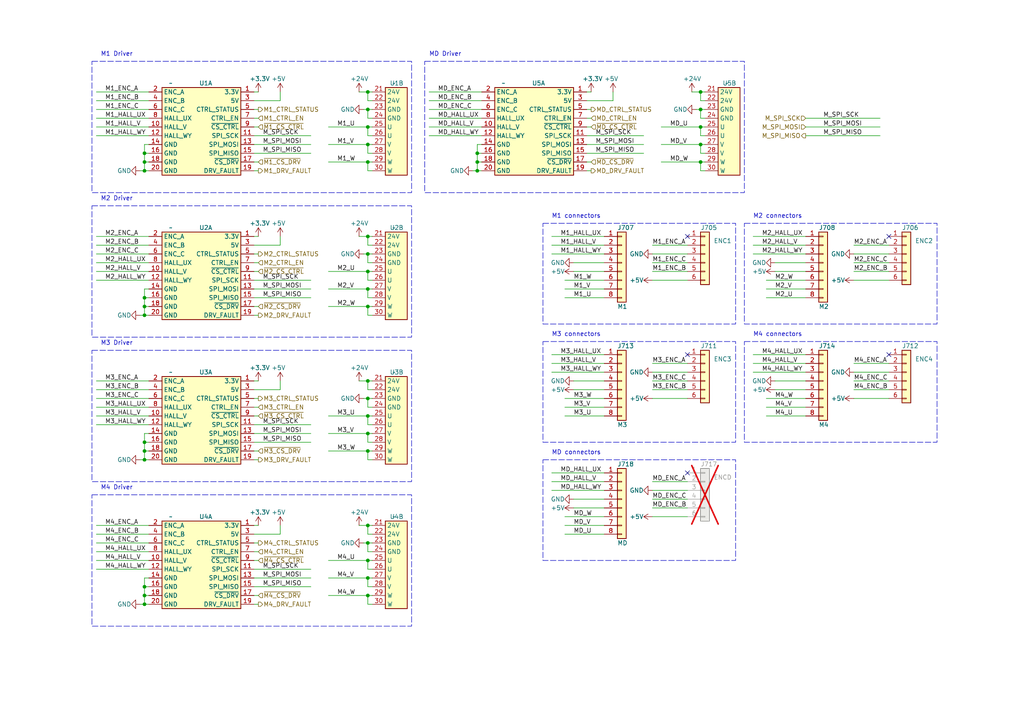
<source format=kicad_sch>
(kicad_sch (version 20230121) (generator eeschema)
  (paper "A4")
  (lib_symbols
    (symbol "Connector_Generic:Conn_01x06" (pin_names (offset 1.016) hide)
      (property "Reference" "J" (at 0 7.62 0))
      (property "Value" "Conn_01x06" (at 0 -10.16 0))
      (symbol "Conn_01x06_1_1"
        (rectangle (start -1.27 -7.493) (end 0 -7.747) (stroke (width 0.1524)))
        (rectangle (start -1.27 -4.953) (end 0 -5.207) (stroke (width 0.1524)))
        (rectangle (start -1.27 -2.413) (end 0 -2.667) (stroke (width 0.1524)))
        (rectangle (start -1.27 0.127) (end 0 -0.127) (stroke (width 0.1524)))
        (rectangle (start -1.27 2.667) (end 0 2.413) (stroke (width 0.1524)))
        (rectangle (start -1.27 5.207) (end 0 4.953) (stroke (width 0.1524)))
        (rectangle (start -1.27 6.35) (end 1.27 -8.89) (stroke (width 0.254)) (fill (type background)))
        (pin passive line (at -5.08 5.08 0) (length 3.81) (name "Pin_1") (number "1"))
        (pin passive line (at -5.08 2.54 0) (length 3.81) (name "Pin_2") (number "2"))
        (pin passive line (at -5.08 0 0) (length 3.81) (name "Pin_3") (number "3"))
        (pin passive line (at -5.08 -2.54 0) (length 3.81) (name "Pin_4") (number "4"))
        (pin passive line (at -5.08 -5.08 0) (length 3.81) (name "Pin_5") (number "5"))
        (pin passive line (at -5.08 -7.62 0) (length 3.81) (name "Pin_6") (number "6"))
      )
    )
    (symbol "Connector_Generic:Conn_01x08" (pin_names (offset 1.016) hide)
      (property "Reference" "J" (at 0 10.16 0))
      (property "Value" "Conn_01x08" (at 0 -12.7 0))
      (symbol "Conn_01x08_1_1"
        (rectangle (start -1.27 -10.033) (end 0 -10.287) (stroke (width 0.1524)))
        (rectangle (start -1.27 -7.493) (end 0 -7.747) (stroke (width 0.1524)))
        (rectangle (start -1.27 -4.953) (end 0 -5.207) (stroke (width 0.1524)))
        (rectangle (start -1.27 -2.413) (end 0 -2.667) (stroke (width 0.1524)))
        (rectangle (start -1.27 0.127) (end 0 -0.127) (stroke (width 0.1524)))
        (rectangle (start -1.27 2.667) (end 0 2.413) (stroke (width 0.1524)))
        (rectangle (start -1.27 5.207) (end 0 4.953) (stroke (width 0.1524)))
        (rectangle (start -1.27 7.747) (end 0 7.493) (stroke (width 0.1524)))
        (rectangle (start -1.27 8.89) (end 1.27 -11.43) (stroke (width 0.254)) (fill (type background)))
        (pin passive line (at -5.08 7.62 0) (length 3.81) (name "Pin_1") (number "1"))
        (pin passive line (at -5.08 5.08 0) (length 3.81) (name "Pin_2") (number "2"))
        (pin passive line (at -5.08 2.54 0) (length 3.81) (name "Pin_3") (number "3"))
        (pin passive line (at -5.08 0 0) (length 3.81) (name "Pin_4") (number "4"))
        (pin passive line (at -5.08 -2.54 0) (length 3.81) (name "Pin_5") (number "5"))
        (pin passive line (at -5.08 -5.08 0) (length 3.81) (name "Pin_6") (number "6"))
        (pin passive line (at -5.08 -7.62 0) (length 3.81) (name "Pin_7") (number "7"))
        (pin passive line (at -5.08 -10.16 0) (length 3.81) (name "Pin_8") (number "8"))
      )
    )
    (symbol "Immortals:MotorDriver"
      (property "Reference" "U" (at 0 12.7 0))
      (symbol "MotorDriver_1_1"
        (rectangle (start -2.54 11.43) (end 20.32 -13.97) (stroke (width 0.254)) (fill (type background)))
        (pin power_in line (at 24.13 10.16 180) (length 3.81) (name "3.3V") (number "1"))
        (pin input line (at -6.35 0 0) (length 3.81) (name "HALL_V") (number "10"))
        (pin input line (at 24.13 -2.54 180) (length 3.81) (name "SPI_SCK") (number "11"))
        (pin input line (at -6.35 -2.54 0) (length 3.81) (name "HALL_WY") (number "12"))
        (pin input line (at 24.13 -5.08 180) (length 3.81) (name "SPI_MOSI") (number "13"))
        (pin power_in line (at -6.35 -5.08 0) (length 3.81) (name "GND") (number "14"))
        (pin output line (at 24.13 -7.62 180) (length 3.81) (name "SPI_MISO") (number "15"))
        (pin power_in line (at -6.35 -7.62 0) (length 3.81) (name "GND") (number "16"))
        (pin input line (at 24.13 -10.16 180) (length 3.81) (name "~{CS_DRV}") (number "17"))
        (pin power_in line (at -6.35 -10.16 0) (length 3.81) (name "GND") (number "18"))
        (pin output line (at 24.13 -12.7 180) (length 3.81) (name "DRV_FAULT") (number "19"))
        (pin input line (at -6.35 10.16 0) (length 3.81) (name "ENC_A") (number "2"))
        (pin power_in line (at -6.35 -12.7 0) (length 3.81) (name "GND") (number "20"))
        (pin power_in line (at 24.13 7.62 180) (length 3.81) (name "5V") (number "3"))
        (pin input line (at -6.35 7.62 0) (length 3.81) (name "ENC_B") (number "4"))
        (pin output line (at 24.13 5.08 180) (length 3.81) (name "CTRL_STATUS") (number "5"))
        (pin input line (at -6.35 5.08 0) (length 3.81) (name "ENC_C") (number "6"))
        (pin input line (at 24.13 2.54 180) (length 3.81) (name "CTRL_EN") (number "7"))
        (pin input line (at -6.35 2.54 0) (length 3.81) (name "HALL_UX") (number "8"))
        (pin input line (at 24.13 0 180) (length 3.81) (name "~{CS_CTRL}") (number "9"))
      )
      (symbol "MotorDriver_2_1"
        (rectangle (start -2.54 11.43) (end 3.81 -13.97) (stroke (width 0.254)) (fill (type background)))
        (pin power_in line (at -6.35 10.16 0) (length 3.81) (name "24V") (number "21"))
        (pin power_in line (at -6.35 7.62 0) (length 3.81) (name "24V") (number "22"))
        (pin power_in line (at -6.35 5.08 0) (length 3.81) (name "GND") (number "23"))
        (pin power_in line (at -6.35 2.54 0) (length 3.81) (name "GND") (number "24"))
        (pin output line (at -6.35 0 0) (length 3.81) (name "U") (number "25"))
        (pin output line (at -6.35 -2.54 0) (length 3.81) (name "U") (number "26"))
        (pin output line (at -6.35 -5.08 0) (length 3.81) (name "V") (number "27"))
        (pin output line (at -6.35 -7.62 0) (length 3.81) (name "V") (number "28"))
        (pin output line (at -6.35 -10.16 0) (length 3.81) (name "W") (number "29"))
        (pin output line (at -6.35 -12.7 0) (length 3.81) (name "W") (number "30"))
      )
    )
    (symbol "power:+24V" (power) (pin_names (offset 0))
      (property "Value" "+24V" (at 0 3.556 0))
      (symbol "+24V_0_1"
        (polyline (pts (xy -0.762 1.27) (xy 0 2.54)))
        (polyline (pts (xy 0 0) (xy 0 2.54)))
        (polyline (pts (xy 0 2.54) (xy 0.762 1.27)))
      )
      (symbol "+24V_1_1"
        (pin power_in line (at 0 0 90) (length 0) hide (name "+24V") (number "1"))
      )
    )
    (symbol "power:+3.3V" (power) (pin_names (offset 0))
      (property "Value" "+3.3V" (at 0 3.556 0))
      (symbol "+3.3V_0_1"
        (polyline (pts (xy -0.762 1.27) (xy 0 2.54)))
        (polyline (pts (xy 0 0) (xy 0 2.54)))
        (polyline (pts (xy 0 2.54) (xy 0.762 1.27)))
      )
      (symbol "+3.3V_1_1"
        (pin power_in line (at 0 0 90) (length 0) hide (name "+3.3V") (number "1"))
      )
    )
    (symbol "power:+5V" (power) (pin_names (offset 0))
      (property "Value" "+5V" (at 0 3.556 0))
      (symbol "+5V_0_1"
        (polyline (pts (xy -0.762 1.27) (xy 0 2.54)))
        (polyline (pts (xy 0 0) (xy 0 2.54)))
        (polyline (pts (xy 0 2.54) (xy 0.762 1.27)))
      )
      (symbol "+5V_1_1"
        (pin power_in line (at 0 0 90) (length 0) hide (name "+5V") (number "1"))
      )
    )
    (symbol "power:GND" (power) (pin_names (offset 0))
      (property "Value" "GND" (at 0 -3.81 0))
      (symbol "GND_0_1"
        (polyline (pts (xy 0 0) (xy 0 -1.27) (xy 1.27 -1.27) (xy 0 -2.54) (xy -1.27 -1.27) (xy 0 -1.27)))
      )
      (symbol "GND_1_1"
        (pin power_in line (at 0 0 270) (length 0) hide (name "GND") (number "1"))
      )
    )
  )
  (junction (at 41.91 170.18))
  (junction (at 41.91 44.45))
  (junction (at 41.91 130.81))
  (junction (at 41.91 49.53))
  (junction (at 203.2 31.75))
  (junction (at 41.91 133.35))
  (junction (at 138.43 44.45))
  (junction (at 41.91 86.36))
  (junction (at 106.68 68.58))
  (junction (at 106.68 26.67))
  (junction (at 106.68 41.91))
  (junction (at 41.91 91.44))
  (junction (at 203.2 46.99))
  (junction (at 106.68 125.73))
  (junction (at 106.68 130.81))
  (junction (at 106.68 172.72))
  (junction (at 106.68 78.74))
  (junction (at 41.91 175.26))
  (junction (at 203.2 41.91))
  (junction (at 138.43 49.53))
  (junction (at 138.43 46.99))
  (junction (at 41.91 46.99))
  (junction (at 106.68 31.75))
  (junction (at 106.68 83.82))
  (junction (at 41.91 88.9))
  (junction (at 106.68 120.65))
  (junction (at 106.68 46.99))
  (junction (at 203.2 36.83))
  (junction (at 41.91 172.72))
  (junction (at 41.91 128.27))
  (junction (at 106.68 36.83))
  (junction (at 106.68 88.9))
  (junction (at 106.68 110.49))
  (junction (at 106.68 73.66))
  (junction (at 203.2 26.67))
  (junction (at 106.68 157.48))
  (junction (at 106.68 152.4))
  (junction (at 106.68 167.64))
  (junction (at 106.68 162.56))
  (junction (at 106.68 115.57))
  (no_connect (at 199.39 137.16))
  (no_connect (at 199.39 68.58))
  (no_connect (at 257.81 68.58))
  (no_connect (at 199.39 102.87))
  (no_connect (at 257.81 102.87))
  (wire (pts (xy 124.46 39.37) (xy 139.7 39.37)))
  (wire (pts (xy 137.16 49.53) (xy 138.43 49.53)))
  (wire (pts (xy 41.91 88.9) (xy 41.91 91.44)))
  (wire (pts (xy 139.7 41.91) (xy 138.43 41.91)))
  (wire (pts (xy 222.25 115.57) (xy 233.68 115.57)))
  (wire (pts (xy 189.23 71.12) (xy 199.39 71.12)))
  (wire (pts (xy 41.91 172.72) (xy 41.91 175.26)))
  (wire (pts (xy 27.94 76.2) (xy 43.18 76.2)))
  (wire (pts (xy 189.23 110.49) (xy 199.39 110.49)))
  (wire (pts (xy 160.02 102.87) (xy 175.26 102.87)))
  (wire (pts (xy 106.68 88.9) (xy 107.95 88.9)))
  (wire (pts (xy 106.68 29.21) (xy 106.68 26.67)))
  (wire (pts (xy 203.2 49.53) (xy 203.2 46.99)))
  (wire (pts (xy 107.95 86.36) (xy 106.68 86.36)))
  (wire (pts (xy 41.91 83.82) (xy 41.91 86.36)))
  (wire (pts (xy 106.68 125.73) (xy 107.95 125.73)))
  (wire (pts (xy 41.91 46.99) (xy 43.18 46.99)))
  (wire (pts (xy 107.95 49.53) (xy 106.68 49.53)))
  (wire (pts (xy 95.25 83.82) (xy 106.68 83.82)))
  (wire (pts (xy 41.91 128.27) (xy 41.91 130.81)))
  (wire (pts (xy 106.68 68.58) (xy 107.95 68.58)))
  (wire (pts (xy 222.25 86.36) (xy 233.68 86.36)))
  (wire (pts (xy 106.68 162.56) (xy 107.95 162.56)))
  (wire (pts (xy 189.23 113.03) (xy 199.39 113.03)))
  (wire (pts (xy 107.95 175.26) (xy 106.68 175.26)))
  (wire (pts (xy 170.18 46.99) (xy 171.45 46.99)))
  (wire (pts (xy 73.66 172.72) (xy 74.93 172.72)))
  (wire (pts (xy 73.66 73.66) (xy 74.93 73.66)))
  (wire (pts (xy 106.68 128.27) (xy 106.68 125.73)))
  (wire (pts (xy 163.83 86.36) (xy 175.26 86.36)))
  (wire (pts (xy 95.25 88.9) (xy 106.68 88.9)))
  (wire (pts (xy 40.64 133.35) (xy 41.91 133.35)))
  (wire (pts (xy 107.95 81.28) (xy 106.68 81.28)))
  (wire (pts (xy 27.94 29.21) (xy 43.18 29.21)))
  (wire (pts (xy 27.94 36.83) (xy 43.18 36.83)))
  (wire (pts (xy 247.65 78.74) (xy 257.81 78.74)))
  (wire (pts (xy 27.94 34.29) (xy 43.18 34.29)))
  (wire (pts (xy 189.23 105.41) (xy 199.39 105.41)))
  (wire (pts (xy 107.95 160.02) (xy 106.68 160.02)))
  (wire (pts (xy 224.79 76.2) (xy 233.68 76.2)))
  (wire (pts (xy 191.77 41.91) (xy 203.2 41.91)))
  (wire (pts (xy 41.91 46.99) (xy 41.91 49.53)))
  (wire (pts (xy 107.95 118.11) (xy 106.68 118.11)))
  (wire (pts (xy 247.65 71.12) (xy 257.81 71.12)))
  (wire (pts (xy 106.68 36.83) (xy 107.95 36.83)))
  (wire (pts (xy 43.18 86.36) (xy 41.91 86.36)))
  (wire (pts (xy 218.44 73.66) (xy 233.68 73.66)))
  (wire (pts (xy 27.94 152.4) (xy 43.18 152.4)))
  (wire (pts (xy 106.68 83.82) (xy 107.95 83.82)))
  (wire (pts (xy 247.65 110.49) (xy 257.81 110.49)))
  (wire (pts (xy 203.2 34.29) (xy 203.2 31.75)))
  (wire (pts (xy 41.91 44.45) (xy 41.91 46.99)))
  (wire (pts (xy 160.02 68.58) (xy 175.26 68.58)))
  (wire (pts (xy 73.66 170.18) (xy 90.17 170.18)))
  (wire (pts (xy 105.41 31.75) (xy 106.68 31.75)))
  (wire (pts (xy 107.95 123.19) (xy 106.68 123.19)))
  (wire (pts (xy 106.68 49.53) (xy 106.68 46.99)))
  (wire (pts (xy 106.68 41.91) (xy 107.95 41.91)))
  (wire (pts (xy 73.66 91.44) (xy 74.93 91.44)))
  (wire (pts (xy 189.23 107.95) (xy 199.39 107.95)))
  (wire (pts (xy 203.2 39.37) (xy 203.2 36.83)))
  (wire (pts (xy 247.65 73.66) (xy 257.81 73.66)))
  (wire (pts (xy 27.94 31.75) (xy 43.18 31.75)))
  (wire (pts (xy 177.8 29.21) (xy 177.8 26.67)))
  (wire (pts (xy 106.68 31.75) (xy 107.95 31.75)))
  (wire (pts (xy 218.44 105.41) (xy 233.68 105.41)))
  (wire (pts (xy 73.66 118.11) (xy 74.93 118.11)))
  (wire (pts (xy 222.25 120.65) (xy 233.68 120.65)))
  (wire (pts (xy 166.37 110.49) (xy 175.26 110.49)))
  (wire (pts (xy 257.81 81.28) (xy 247.65 81.28)))
  (wire (pts (xy 81.28 71.12) (xy 81.28 68.58)))
  (wire (pts (xy 138.43 46.99) (xy 138.43 49.53)))
  (wire (pts (xy 191.77 46.99) (xy 203.2 46.99)))
  (wire (pts (xy 95.25 172.72) (xy 106.68 172.72)))
  (wire (pts (xy 73.66 160.02) (xy 74.93 160.02)))
  (wire (pts (xy 73.66 39.37) (xy 90.17 39.37)))
  (wire (pts (xy 41.91 175.26) (xy 43.18 175.26)))
  (wire (pts (xy 27.94 71.12) (xy 43.18 71.12)))
  (wire (pts (xy 40.64 49.53) (xy 41.91 49.53)))
  (wire (pts (xy 247.65 113.03) (xy 257.81 113.03)))
  (wire (pts (xy 160.02 105.41) (xy 175.26 105.41)))
  (wire (pts (xy 191.77 36.83) (xy 203.2 36.83)))
  (wire (pts (xy 73.66 115.57) (xy 74.93 115.57)))
  (wire (pts (xy 107.95 91.44) (xy 106.68 91.44)))
  (wire (pts (xy 170.18 41.91) (xy 186.69 41.91)))
  (wire (pts (xy 41.91 88.9) (xy 43.18 88.9)))
  (wire (pts (xy 41.91 133.35) (xy 43.18 133.35)))
  (wire (pts (xy 95.25 120.65) (xy 106.68 120.65)))
  (wire (pts (xy 81.28 154.94) (xy 81.28 152.4)))
  (wire (pts (xy 204.47 49.53) (xy 203.2 49.53)))
  (wire (pts (xy 163.83 120.65) (xy 175.26 120.65)))
  (wire (pts (xy 224.79 113.03) (xy 233.68 113.03)))
  (wire (pts (xy 199.39 81.28) (xy 189.23 81.28)))
  (wire (pts (xy 257.81 115.57) (xy 247.65 115.57)))
  (wire (pts (xy 163.83 152.4) (xy 175.26 152.4)))
  (wire (pts (xy 106.68 115.57) (xy 107.95 115.57)))
  (wire (pts (xy 27.94 123.19) (xy 43.18 123.19)))
  (wire (pts (xy 95.25 78.74) (xy 106.68 78.74)))
  (wire (pts (xy 73.66 88.9) (xy 74.93 88.9)))
  (wire (pts (xy 73.66 31.75) (xy 74.93 31.75)))
  (wire (pts (xy 233.68 36.83) (xy 255.27 36.83)))
  (wire (pts (xy 160.02 73.66) (xy 175.26 73.66)))
  (wire (pts (xy 40.64 175.26) (xy 41.91 175.26)))
  (wire (pts (xy 106.68 46.99) (xy 107.95 46.99)))
  (wire (pts (xy 73.66 86.36) (xy 90.17 86.36)))
  (wire (pts (xy 124.46 26.67) (xy 139.7 26.67)))
  (wire (pts (xy 218.44 71.12) (xy 233.68 71.12)))
  (wire (pts (xy 218.44 107.95) (xy 233.68 107.95)))
  (wire (pts (xy 106.68 110.49) (xy 107.95 110.49)))
  (wire (pts (xy 170.18 39.37) (xy 186.69 39.37)))
  (wire (pts (xy 107.95 113.03) (xy 106.68 113.03)))
  (wire (pts (xy 73.66 154.94) (xy 81.28 154.94)))
  (wire (pts (xy 222.25 118.11) (xy 233.68 118.11)))
  (wire (pts (xy 106.68 34.29) (xy 106.68 31.75)))
  (wire (pts (xy 41.91 49.53) (xy 43.18 49.53)))
  (wire (pts (xy 105.41 115.57) (xy 106.68 115.57)))
  (wire (pts (xy 27.94 110.49) (xy 43.18 110.49)))
  (wire (pts (xy 166.37 144.78) (xy 175.26 144.78)))
  (wire (pts (xy 81.28 113.03) (xy 81.28 110.49)))
  (wire (pts (xy 107.95 154.94) (xy 106.68 154.94)))
  (wire (pts (xy 43.18 44.45) (xy 41.91 44.45)))
  (wire (pts (xy 105.41 157.48) (xy 106.68 157.48)))
  (wire (pts (xy 106.68 39.37) (xy 106.68 36.83)))
  (wire (pts (xy 106.68 113.03) (xy 106.68 110.49)))
  (wire (pts (xy 138.43 49.53) (xy 139.7 49.53)))
  (wire (pts (xy 106.68 26.67) (xy 107.95 26.67)))
  (wire (pts (xy 106.68 120.65) (xy 107.95 120.65)))
  (wire (pts (xy 204.47 29.21) (xy 203.2 29.21)))
  (wire (pts (xy 247.65 76.2) (xy 257.81 76.2)))
  (wire (pts (xy 41.91 167.64) (xy 41.91 170.18)))
  (wire (pts (xy 106.68 123.19) (xy 106.68 120.65)))
  (wire (pts (xy 106.68 170.18) (xy 106.68 167.64)))
  (wire (pts (xy 41.91 41.91) (xy 41.91 44.45)))
  (wire (pts (xy 233.68 39.37) (xy 255.27 39.37)))
  (wire (pts (xy 203.2 44.45) (xy 203.2 41.91)))
  (wire (pts (xy 189.23 142.24) (xy 199.39 142.24)))
  (wire (pts (xy 104.14 68.58) (xy 106.68 68.58)))
  (wire (pts (xy 160.02 139.7) (xy 175.26 139.7)))
  (wire (pts (xy 166.37 76.2) (xy 175.26 76.2)))
  (wire (pts (xy 106.68 160.02) (xy 106.68 157.48)))
  (wire (pts (xy 73.66 83.82) (xy 90.17 83.82)))
  (wire (pts (xy 166.37 113.03) (xy 175.26 113.03)))
  (wire (pts (xy 73.66 130.81) (xy 74.93 130.81)))
  (wire (pts (xy 73.66 29.21) (xy 81.28 29.21)))
  (wire (pts (xy 27.94 26.67) (xy 43.18 26.67)))
  (wire (pts (xy 106.68 172.72) (xy 107.95 172.72)))
  (wire (pts (xy 203.2 46.99) (xy 204.47 46.99)))
  (wire (pts (xy 41.91 172.72) (xy 43.18 172.72)))
  (wire (pts (xy 107.95 133.35) (xy 106.68 133.35)))
  (wire (pts (xy 138.43 46.99) (xy 139.7 46.99)))
  (wire (pts (xy 41.91 125.73) (xy 41.91 128.27)))
  (wire (pts (xy 106.68 44.45) (xy 106.68 41.91)))
  (wire (pts (xy 203.2 41.91) (xy 204.47 41.91)))
  (wire (pts (xy 189.23 76.2) (xy 199.39 76.2)))
  (wire (pts (xy 41.91 130.81) (xy 41.91 133.35)))
  (wire (pts (xy 43.18 125.73) (xy 41.91 125.73)))
  (wire (pts (xy 95.25 36.83) (xy 106.68 36.83)))
  (wire (pts (xy 107.95 71.12) (xy 106.68 71.12)))
  (wire (pts (xy 27.94 165.1) (xy 43.18 165.1)))
  (wire (pts (xy 73.66 152.4) (xy 74.93 152.4)))
  (wire (pts (xy 27.94 118.11) (xy 43.18 118.11)))
  (wire (pts (xy 73.66 167.64) (xy 90.17 167.64)))
  (wire (pts (xy 204.47 44.45) (xy 203.2 44.45)))
  (wire (pts (xy 95.25 162.56) (xy 106.68 162.56)))
  (wire (pts (xy 27.94 113.03) (xy 43.18 113.03)))
  (wire (pts (xy 43.18 83.82) (xy 41.91 83.82)))
  (wire (pts (xy 199.39 115.57) (xy 189.23 115.57)))
  (wire (pts (xy 106.68 71.12) (xy 106.68 68.58)))
  (wire (pts (xy 73.66 113.03) (xy 81.28 113.03)))
  (wire (pts (xy 95.25 167.64) (xy 106.68 167.64)))
  (wire (pts (xy 170.18 34.29) (xy 171.45 34.29)))
  (wire (pts (xy 73.66 44.45) (xy 90.17 44.45)))
  (wire (pts (xy 73.66 175.26) (xy 74.93 175.26)))
  (wire (pts (xy 163.83 118.11) (xy 175.26 118.11)))
  (wire (pts (xy 106.68 118.11) (xy 106.68 115.57)))
  (wire (pts (xy 41.91 86.36) (xy 41.91 88.9)))
  (wire (pts (xy 95.25 125.73) (xy 106.68 125.73)))
  (wire (pts (xy 160.02 71.12) (xy 175.26 71.12)))
  (wire (pts (xy 73.66 76.2) (xy 74.93 76.2)))
  (wire (pts (xy 73.66 125.73) (xy 90.17 125.73)))
  (wire (pts (xy 163.83 81.28) (xy 175.26 81.28)))
  (wire (pts (xy 163.83 83.82) (xy 175.26 83.82)))
  (wire (pts (xy 107.95 170.18) (xy 106.68 170.18)))
  (wire (pts (xy 106.68 78.74) (xy 107.95 78.74)))
  (wire (pts (xy 160.02 107.95) (xy 175.26 107.95)))
  (wire (pts (xy 73.66 133.35) (xy 74.93 133.35)))
  (wire (pts (xy 124.46 31.75) (xy 139.7 31.75)))
  (wire (pts (xy 199.39 149.86) (xy 189.23 149.86)))
  (wire (pts (xy 201.93 31.75) (xy 203.2 31.75)))
  (wire (pts (xy 247.65 107.95) (xy 257.81 107.95)))
  (wire (pts (xy 189.23 73.66) (xy 199.39 73.66)))
  (wire (pts (xy 247.65 105.41) (xy 257.81 105.41)))
  (wire (pts (xy 27.94 157.48) (xy 43.18 157.48)))
  (wire (pts (xy 170.18 31.75) (xy 171.45 31.75)))
  (wire (pts (xy 233.68 34.29) (xy 255.27 34.29)))
  (wire (pts (xy 95.25 41.91) (xy 106.68 41.91)))
  (wire (pts (xy 163.83 149.86) (xy 175.26 149.86)))
  (wire (pts (xy 166.37 78.74) (xy 175.26 78.74)))
  (wire (pts (xy 106.68 157.48) (xy 107.95 157.48)))
  (wire (pts (xy 170.18 29.21) (xy 177.8 29.21)))
  (wire (pts (xy 73.66 123.19) (xy 90.17 123.19)))
  (wire (pts (xy 27.94 68.58) (xy 43.18 68.58)))
  (wire (pts (xy 43.18 170.18) (xy 41.91 170.18)))
  (wire (pts (xy 104.14 152.4) (xy 106.68 152.4)))
  (wire (pts (xy 104.14 26.67) (xy 106.68 26.67)))
  (wire (pts (xy 106.68 175.26) (xy 106.68 172.72)))
  (wire (pts (xy 41.91 130.81) (xy 43.18 130.81)))
  (wire (pts (xy 200.66 26.67) (xy 203.2 26.67)))
  (wire (pts (xy 222.25 83.82) (xy 233.68 83.82)))
  (wire (pts (xy 105.41 73.66) (xy 106.68 73.66)))
  (wire (pts (xy 203.2 31.75) (xy 204.47 31.75)))
  (wire (pts (xy 73.66 128.27) (xy 90.17 128.27)))
  (wire (pts (xy 138.43 44.45) (xy 138.43 46.99)))
  (wire (pts (xy 204.47 39.37) (xy 203.2 39.37)))
  (wire (pts (xy 106.68 154.94) (xy 106.68 152.4)))
  (wire (pts (xy 27.94 162.56) (xy 43.18 162.56)))
  (wire (pts (xy 170.18 49.53) (xy 171.45 49.53)))
  (wire (pts (xy 166.37 147.32) (xy 175.26 147.32)))
  (wire (pts (xy 73.66 78.74) (xy 74.93 78.74)))
  (wire (pts (xy 95.25 130.81) (xy 106.68 130.81)))
  (wire (pts (xy 203.2 36.83) (xy 204.47 36.83)))
  (wire (pts (xy 106.68 167.64) (xy 107.95 167.64)))
  (wire (pts (xy 107.95 39.37) (xy 106.68 39.37)))
  (wire (pts (xy 222.25 81.28) (xy 233.68 81.28)))
  (wire (pts (xy 106.68 165.1) (xy 106.68 162.56)))
  (wire (pts (xy 27.94 78.74) (xy 43.18 78.74)))
  (wire (pts (xy 73.66 68.58) (xy 74.93 68.58)))
  (wire (pts (xy 73.66 81.28) (xy 90.17 81.28)))
  (wire (pts (xy 106.68 73.66) (xy 107.95 73.66)))
  (wire (pts (xy 124.46 34.29) (xy 139.7 34.29)))
  (wire (pts (xy 170.18 26.67) (xy 171.45 26.67)))
  (wire (pts (xy 189.23 139.7) (xy 199.39 139.7)))
  (wire (pts (xy 43.18 167.64) (xy 41.91 167.64)))
  (wire (pts (xy 107.95 128.27) (xy 106.68 128.27)))
  (wire (pts (xy 107.95 29.21) (xy 106.68 29.21)))
  (wire (pts (xy 73.66 26.67) (xy 74.93 26.67)))
  (wire (pts (xy 27.94 160.02) (xy 43.18 160.02)))
  (wire (pts (xy 73.66 46.99) (xy 74.93 46.99)))
  (wire (pts (xy 73.66 34.29) (xy 74.93 34.29)))
  (wire (pts (xy 138.43 41.91) (xy 138.43 44.45)))
  (wire (pts (xy 41.91 170.18) (xy 41.91 172.72)))
  (wire (pts (xy 27.94 81.28) (xy 43.18 81.28)))
  (wire (pts (xy 106.68 86.36) (xy 106.68 83.82)))
  (wire (pts (xy 106.68 152.4) (xy 107.95 152.4)))
  (wire (pts (xy 224.79 78.74) (xy 233.68 78.74)))
  (wire (pts (xy 27.94 39.37) (xy 43.18 39.37)))
  (wire (pts (xy 160.02 142.24) (xy 175.26 142.24)))
  (wire (pts (xy 106.68 130.81) (xy 107.95 130.81)))
  (wire (pts (xy 163.83 154.94) (xy 175.26 154.94)))
  (wire (pts (xy 73.66 157.48) (xy 74.93 157.48)))
  (wire (pts (xy 106.68 91.44) (xy 106.68 88.9)))
  (wire (pts (xy 203.2 29.21) (xy 203.2 26.67)))
  (wire (pts (xy 160.02 137.16) (xy 175.26 137.16)))
  (wire (pts (xy 204.47 34.29) (xy 203.2 34.29)))
  (wire (pts (xy 27.94 73.66) (xy 43.18 73.66)))
  (wire (pts (xy 124.46 29.21) (xy 139.7 29.21)))
  (wire (pts (xy 43.18 128.27) (xy 41.91 128.27)))
  (wire (pts (xy 104.14 110.49) (xy 106.68 110.49)))
  (wire (pts (xy 224.79 110.49) (xy 233.68 110.49)))
  (wire (pts (xy 40.64 91.44) (xy 41.91 91.44)))
  (wire (pts (xy 73.66 162.56) (xy 74.93 162.56)))
  (wire (pts (xy 27.94 115.57) (xy 43.18 115.57)))
  (wire (pts (xy 139.7 44.45) (xy 138.43 44.45)))
  (wire (pts (xy 27.94 154.94) (xy 43.18 154.94)))
  (wire (pts (xy 124.46 36.83) (xy 139.7 36.83)))
  (wire (pts (xy 106.68 81.28) (xy 106.68 78.74)))
  (wire (pts (xy 43.18 41.91) (xy 41.91 41.91)))
  (wire (pts (xy 189.23 147.32) (xy 199.39 147.32)))
  (wire (pts (xy 107.95 165.1) (xy 106.68 165.1)))
  (wire (pts (xy 170.18 44.45) (xy 186.69 44.45)))
  (wire (pts (xy 106.68 133.35) (xy 106.68 130.81)))
  (wire (pts (xy 203.2 26.67) (xy 204.47 26.67)))
  (wire (pts (xy 170.18 36.83) (xy 171.45 36.83)))
  (wire (pts (xy 95.25 46.99) (xy 106.68 46.99)))
  (wire (pts (xy 218.44 102.87) (xy 233.68 102.87)))
  (wire (pts (xy 189.23 144.78) (xy 199.39 144.78)))
  (wire (pts (xy 73.66 49.53) (xy 74.93 49.53)))
  (wire (pts (xy 107.95 44.45) (xy 106.68 44.45)))
  (wire (pts (xy 107.95 76.2) (xy 106.68 76.2)))
  (wire (pts (xy 73.66 110.49) (xy 74.93 110.49)))
  (wire (pts (xy 27.94 120.65) (xy 43.18 120.65)))
  (wire (pts (xy 107.95 34.29) (xy 106.68 34.29)))
  (wire (pts (xy 218.44 68.58) (xy 233.68 68.58)))
  (wire (pts (xy 163.83 115.57) (xy 175.26 115.57)))
  (wire (pts (xy 73.66 71.12) (xy 81.28 71.12)))
  (wire (pts (xy 106.68 76.2) (xy 106.68 73.66)))
  (wire (pts (xy 189.23 78.74) (xy 199.39 78.74)))
  (wire (pts (xy 73.66 120.65) (xy 74.93 120.65)))
  (wire (pts (xy 41.91 91.44) (xy 43.18 91.44)))
  (wire (pts (xy 81.28 29.21) (xy 81.28 26.67)))
  (wire (pts (xy 73.66 36.83) (xy 74.93 36.83)))
  (wire (pts (xy 73.66 41.91) (xy 90.17 41.91)))
  (wire (pts (xy 73.66 165.1) (xy 90.17 165.1)))
  (rectangle (start 26.67 143.51) (end 119.38 181.61) (stroke (width 0) (type dash)))
  (rectangle (start 123.19 17.78) (end 215.9 55.88) (stroke (width 0) (type dash)))
  (rectangle (start 26.67 17.78) (end 119.38 55.88) (stroke (width 0) (type dash)))
  (rectangle (start 157.48 99.06) (end 213.36 128.27) (stroke (width 0) (type dash)))
  (rectangle (start 26.67 59.69) (end 119.38 97.79) (stroke (width 0) (type dash)))
  (rectangle (start 26.67 101.6) (end 119.38 139.7) (stroke (width 0) (type dash)))
  (rectangle (start 157.48 133.35) (end 213.36 162.56) (stroke (width 0) (type dash)))
  (rectangle (start 157.48 64.77) (end 213.36 93.98) (stroke (width 0) (type dash)))
  (rectangle (start 215.9 99.06) (end 271.78 128.27) (stroke (width 0) (type dash)))
  (rectangle (start 215.9 64.77) (end 271.78 93.98) (stroke (width 0) (type dash)))
  (text "MD connectors" (at 160.02 132.08 0) (effects (font (size 1.27 1.27)) (justify left bottom)))
  (text "M1 connectors" (at 160.02 63.5 0) (effects (font (size 1.27 1.27)) (justify left bottom)))
  (text "M3 connectors" (at 160.02 97.79 0) (effects (font (size 1.27 1.27)) (justify left bottom)))
  (text "M1 Driver" (at 29.21 16.51 0) (effects (font (size 1.27 1.27)) (justify left bottom)))
  (text "M4 Driver" (at 29.21 142.24 0) (effects (font (size 1.27 1.27)) (justify left bottom)))
  (text "M2 Driver" (at 29.21 58.42 0) (effects (font (size 1.27 1.27)) (justify left bottom)))
  (text "M2 connectors" (at 218.44 63.5 0) (effects (font (size 1.27 1.27)) (justify left bottom)))
  (text "MD Driver" (at 124.46 16.51 0) (effects (font (size 1.27 1.27)) (justify left bottom)))
  (text "M3 Driver" (at 29.21 100.33 0) (effects (font (size 1.27 1.27)) (justify left bottom)))
  (text "M4 connectors" (at 218.44 97.79 0) (effects (font (size 1.27 1.27)) (justify left bottom)))
  (label "M3_V" (at 97.79 125.73 0))
  (label "MD_U" (at 166.37 154.94 0))
  (label "M2_ENC_A" (at 247.65 71.12 0))
  (label "M3_U" (at 166.37 120.65 0))
  (label "M2_HALL_WY" (at 30.48 81.28 0))
  (label "M1_ENC_B" (at 189.23 78.74 0))
  (label "M4_HALL_V" (at 30.48 162.56 0))
  (label "M4_ENC_B" (at 247.65 113.03 0))
  (label "M3_ENC_A" (at 189.23 105.41 0))
  (label "M4_HALL_UX" (at 30.48 160.02 0))
  (label "MD_ENC_C" (at 189.23 144.78 0))
  (label "M4_W" (at 224.79 115.57 0))
  (label "M2_V" (at 224.79 83.82 0))
  (label "M1_ENC_A" (at 189.23 71.12 0))
  (label "M_SPI_SCK" (at 238.76 34.29 0))
  (label "MD_HALL_WY" (at 127 39.37 0))
  (label "M_SPI_SCK" (at 76.2 165.1 0))
  (label "M1_HALL_UX" (at 30.48 34.29 0))
  (label "M2_HALL_UX" (at 220.98 68.58 0))
  (label "M_SPI_MISO" (at 172.72 44.45 0))
  (label "M2_HALL_V" (at 30.48 78.74 0))
  (label "M_SPI_MOSI" (at 76.2 125.73 0))
  (label "M3_V" (at 166.37 118.11 0))
  (label "M2_ENC_B" (at 247.65 78.74 0))
  (label "MD_U" (at 194.31 36.83 0))
  (label "M4_W" (at 97.79 172.72 0))
  (label "M_SPI_MISO" (at 238.76 39.37 0))
  (label "M4_ENC_A" (at 30.48 152.4 0))
  (label "M3_ENC_C" (at 30.48 115.57 0))
  (label "M2_U" (at 224.79 86.36 0))
  (label "M2_ENC_A" (at 30.48 68.58 0))
  (label "M4_U" (at 97.79 162.56 0))
  (label "M2_W" (at 224.79 81.28 0))
  (label "M4_ENC_C" (at 247.65 110.49 0))
  (label "MD_HALL_WY" (at 162.56 142.24 0))
  (label "M_SPI_SCK" (at 76.2 81.28 0))
  (label "M_SPI_MISO" (at 76.2 86.36 0))
  (label "M_SPI_MOSI" (at 76.2 83.82 0))
  (label "M1_HALL_WY" (at 162.56 73.66 0))
  (label "M2_ENC_C" (at 30.48 73.66 0))
  (label "M3_ENC_A" (at 30.48 110.49 0))
  (label "M1_ENC_A" (at 30.48 26.67 0))
  (label "M1_ENC_C" (at 189.23 76.2 0))
  (label "M4_HALL_V" (at 220.98 105.41 0))
  (label "M4_ENC_A" (at 247.65 105.41 0))
  (label "MD_HALL_UX" (at 127 34.29 0))
  (label "MD_ENC_C" (at 127 31.75 0))
  (label "M2_HALL_UX" (at 30.48 76.2 0))
  (label "M3_HALL_WY" (at 30.48 123.19 0))
  (label "M_SPI_SCK" (at 172.72 39.37 0))
  (label "M2_V" (at 97.79 83.82 0))
  (label "M4_ENC_C" (at 30.48 157.48 0))
  (label "MD_ENC_B" (at 189.23 147.32 0))
  (label "M3_ENC_B" (at 189.23 113.03 0))
  (label "M1_U" (at 97.79 36.83 0))
  (label "M1_W" (at 166.37 81.28 0))
  (label "M4_V" (at 97.79 167.64 0))
  (label "M1_HALL_UX" (at 162.56 68.58 0))
  (label "M3_W" (at 97.79 130.81 0))
  (label "M3_ENC_C" (at 189.23 110.49 0))
  (label "M_SPI_MOSI" (at 172.72 41.91 0))
  (label "MD_V" (at 166.37 152.4 0))
  (label "M1_U" (at 166.37 86.36 0))
  (label "M2_HALL_V" (at 220.98 71.12 0))
  (label "M3_ENC_B" (at 30.48 113.03 0))
  (label "M_SPI_MISO" (at 76.2 44.45 0))
  (label "M_SPI_SCK" (at 76.2 39.37 0))
  (label "M1_HALL_WY" (at 30.48 39.37 0))
  (label "M3_HALL_V" (at 30.48 120.65 0))
  (label "M3_HALL_V" (at 162.56 105.41 0))
  (label "M3_HALL_UX" (at 162.56 102.87 0))
  (label "M4_HALL_WY" (at 220.98 107.95 0))
  (label "M1_W" (at 97.79 46.99 0))
  (label "M1_ENC_C" (at 30.48 31.75 0))
  (label "M1_HALL_V" (at 30.48 36.83 0))
  (label "M3_HALL_WY" (at 162.56 107.95 0))
  (label "M2_U" (at 97.79 78.74 0))
  (label "MD_V" (at 194.31 41.91 0))
  (label "M_SPI_MOSI" (at 76.2 167.64 0))
  (label "M1_V" (at 166.37 83.82 0))
  (label "MD_W" (at 194.31 46.99 0))
  (label "M2_HALL_WY" (at 220.98 73.66 0))
  (label "M2_ENC_C" (at 247.65 76.2 0))
  (label "M_SPI_MISO" (at 76.2 170.18 0))
  (label "MD_HALL_V" (at 162.56 139.7 0))
  (label "M4_V" (at 224.79 118.11 0))
  (label "M1_V" (at 97.79 41.91 0))
  (label "MD_W" (at 166.37 149.86 0))
  (label "M3_HALL_UX" (at 30.48 118.11 0))
  (label "M3_U" (at 97.79 120.65 0))
  (label "M_SPI_MOSI" (at 238.76 36.83 0))
  (label "M4_HALL_WY" (at 30.48 165.1 0))
  (label "MD_ENC_B" (at 127 29.21 0))
  (label "MD_HALL_V" (at 127 36.83 0))
  (label "M_SPI_MISO" (at 76.2 128.27 0))
  (label "M3_W" (at 166.37 115.57 0))
  (label "M1_ENC_B" (at 30.48 29.21 0))
  (label "M1_HALL_V" (at 162.56 71.12 0))
  (label "M_SPI_MOSI" (at 76.2 41.91 0))
  (label "M4_U" (at 224.79 120.65 0))
  (label "M4_HALL_UX" (at 220.98 102.87 0))
  (label "M2_ENC_B" (at 30.48 71.12 0))
  (label "M4_ENC_B" (at 30.48 154.94 0))
  (label "MD_ENC_A" (at 127 26.67 0))
  (label "MD_HALL_UX" (at 162.56 137.16 0))
  (label "M2_W" (at 97.79 88.9 0))
  (label "MD_ENC_A" (at 189.23 139.7 0))
  (label "M_SPI_SCK" (at 76.2 123.19 0))
  (hierarchical_label "~{M4_CS_DRV}" (shape input) (at 74.93 172.72 0))
  (hierarchical_label "~{MD_CS_CTRL}" (shape input) (at 171.45 36.83 0))
  (hierarchical_label "~{MD_CS_DRV}" (shape input) (at 171.45 46.99 0))
  (hierarchical_label "~{M2_CS_CTRL}" (shape input) (at 74.93 78.74 0))
  (hierarchical_label "MD_CTRL_EN" (shape input) (at 171.45 34.29 0))
  (hierarchical_label "~{M1_CS_DRV}" (shape input) (at 74.93 46.99 0))
  (hierarchical_label "M1_CTRL_STATUS" (shape output) (at 74.93 31.75 0))
  (hierarchical_label "M2_CTRL_EN" (shape input) (at 74.93 76.2 0))
  (hierarchical_label "M4_CTRL_STATUS" (shape output) (at 74.93 157.48 0))
  (hierarchical_label "M4_DRV_FAULT" (shape output) (at 74.93 175.26 0))
  (hierarchical_label "M2_CTRL_STATUS" (shape output) (at 74.93 73.66 0))
  (hierarchical_label "MD_DRV_FAULT" (shape output) (at 171.45 49.53 0))
  (hierarchical_label "~{M3_CS_CTRL}" (shape input) (at 74.93 120.65 0))
  (hierarchical_label "M1_DRV_FAULT" (shape output) (at 74.93 49.53 0))
  (hierarchical_label "M_SPI_SCK" (shape input) (at 233.68 34.29 180))
  (hierarchical_label "~{M1_CS_CTRL}" (shape input) (at 74.93 36.83 0))
  (hierarchical_label "MD_CTRL_STATUS" (shape output) (at 171.45 31.75 0))
  (hierarchical_label "~{M4_CS_CTRL}" (shape input) (at 74.93 162.56 0))
  (hierarchical_label "M_SPI_MOSI" (shape input) (at 233.68 36.83 180))
  (hierarchical_label "M4_CTRL_EN" (shape input) (at 74.93 160.02 0))
  (hierarchical_label "M3_DRV_FAULT" (shape output) (at 74.93 133.35 0))
  (hierarchical_label "M3_CTRL_EN" (shape input) (at 74.93 118.11 0))
  (hierarchical_label "~{M2_CS_DRV}" (shape input) (at 74.93 88.9 0))
  (hierarchical_label "M2_DRV_FAULT" (shape output) (at 74.93 91.44 0))
  (hierarchical_label "M1_CTRL_EN" (shape input) (at 74.93 34.29 0))
  (hierarchical_label "M_SPI_MISO" (shape output) (at 233.68 39.37 180))
  (hierarchical_label "M3_CTRL_STATUS" (shape output) (at 74.93 115.57 0))
  (hierarchical_label "~{M3_CS_DRV}" (shape input) (at 74.93 130.81 0))
  (symbol (lib_id "Immortals:MotorDriver") (at 49.53 162.56 0) (unit 1)
    (property "Reference" "U4" (at 59.69 149.86 0))
    (property "Value" "~" (at 49.53 149.86 0))
    (property "Footprint" "Immortals:MotorDriver-SMT" (effects hide))
    (property "MPN" "61032021821 + NPPC101KFXC-RC" (effects hide))
  )
  (symbol (lib_id "power:GND") (at 166.37 144.78 270) (unit 1)
    (property "Reference" "#PWR030" (effects hide))
    (property "Value" "GND" (at 163.83 144.78 90) (effects (justify right)))
    (instances (project "motor-driver" (path "" (reference "#PWR030") (unit 1)) (path "" (reference "#PWR074") (unit 1))) (project "main-board" (path "" (reference "#PWR0742") (unit 1))))
  )
  (symbol (lib_id "power:GND") (at 224.79 76.2 270) (unit 1)
    (property "Reference" "#PWR030" (effects hide))
    (property "Value" "GND" (at 222.25 76.2 90) (effects (justify right)))
    (instances (project "motor-driver" (path "" (reference "#PWR030") (unit 1)) (path "" (reference "#PWR074") (unit 1))) (project "main-board" (path "" (reference "#PWR0718") (unit 1))))
  )
  (symbol (lib_id "power:+24V") (at 104.14 68.58 0) (unit 1)
    (property "Reference" "#PWR049" (effects hide))
    (property "Value" "+24V" (at 101.6 64.77 0) (effects (justify left)))
    (instances (project "motor-driver" (path "" (reference "#PWR049") (unit 1)) (path "" (reference "#PWR056") (unit 1))) (project "main-board" (path "" (reference "#PWR09") (unit 1))))
  )
  (symbol (lib_id "Immortals:MotorDriver") (at 146.05 36.83 0) (unit 1)
    (property "Reference" "U5" (at 156.21 24.13 0))
    (property "Value" "~" (at 146.05 24.13 0))
    (property "Footprint" "Immortals:MotorDriver-SMT" (effects hide))
    (property "MPN" "61032021821 + NPPC101KFXC-RC" (effects hide))
  )
  (symbol (lib_id "Connector_Generic:Conn_01x06") (at 262.89 107.95 0) (unit 1)
    (property "Reference" "J712" (at 261.62 100.33 0) (effects (justify left)))
    (property "Value" "ENC4" (at 265.43 104.14 0) (effects (justify left)))
    (property "Footprint" "Connector_Molex:Molex_PicoBlade_53261-0671_1x06-1MP_P1.25mm_Horizontal" (effects hide))
    (property "MPN" "0532610671" (effects hide))
  )
  (symbol (lib_id "Immortals:MotorDriver") (at 114.3 78.74 0) (unit 2)
    (property "Reference" "U2" (at 113.03 66.04 0) (effects (justify left)))
    (property "Value" "~" (at 114.3 66.04 0))
    (property "Footprint" "Immortals:MotorDriver-SMT" (effects hide))
    (property "MPN" "61032021821 + NPPC101KFXC-RC" (effects hide))
  )
  (symbol (lib_id "Connector_Generic:Conn_01x06") (at 204.47 73.66 0) (unit 1)
    (property "Reference" "J705" (at 203.2 66.04 0) (effects (justify left)))
    (property "Value" "ENC1" (at 207.01 69.85 0) (effects (justify left)))
    (property "Footprint" "Connector_Molex:Molex_PicoBlade_53261-0671_1x06-1MP_P1.25mm_Horizontal" (effects hide))
    (property "MPN" "0532610671" (effects hide))
  )
  (symbol (lib_id "power:GND") (at 105.41 31.75 270) (unit 1)
    (property "Reference" "#PWR030" (effects hide))
    (property "Value" "GND" (at 102.87 31.75 90) (effects (justify right)))
    (instances (project "motor-driver" (path "" (reference "#PWR030") (unit 1)) (path "" (reference "#PWR070") (unit 1))) (project "main-board" (path "" (reference "#PWR05") (unit 1))))
  )
  (symbol (lib_id "power:+24V") (at 200.66 26.67 0) (unit 1)
    (property "Reference" "#PWR049" (effects hide))
    (property "Value" "+24V" (at 198.12 22.86 0) (effects (justify left)))
    (instances (project "motor-driver" (path "" (reference "#PWR049") (unit 1)) (path "" (reference "#PWR056") (unit 1))) (project "main-board" (path "" (reference "#PWR024") (unit 1))))
  )
  (symbol (lib_id "Connector_Generic:Conn_01x06") (at 204.47 142.24 0) (unit 1) (dnp yes)
    (property "Reference" "J717" (at 203.2 134.62 0) (effects (justify left)))
    (property "Value" "ENCD" (at 207.01 138.43 0) (effects (justify left)))
    (property "Footprint" "Connector_Molex:Molex_PicoBlade_53261-0671_1x06-1MP_P1.25mm_Horizontal" (effects hide))
    (property "MPN" "0532610671" (effects hide))
  )
  (symbol (lib_id "Connector_Generic:Conn_01x08") (at 238.76 76.2 0) (unit 1)
    (property "Reference" "J708" (at 237.49 66.04 0) (effects (justify left)))
    (property "Value" "M2" (at 237.49 88.9 0) (effects (justify left)))
    (property "Footprint" "Connector_JST:JST_XH_S8B-XH-A_1x08_P2.50mm_Horizontal" (effects hide))
    (property "MPN" "S8B-XH-A(LF)(SN)" (effects hide))
  )
  (symbol (lib_id "power:+5V") (at 81.28 26.67 0) (unit 1)
    (property "Reference" "#PWR04" (effects hide))
    (property "Value" "+5V" (at 78.74 22.86 0) (effects (justify left)))
    (instances (project "motor-driver" (path "" (reference "#PWR04") (unit 1)) (path "" (reference "#PWR069") (unit 1))) (project "main-board" (path "" (reference "#PWR03") (unit 1))))
  )
  (symbol (lib_id "Immortals:MotorDriver") (at 49.53 120.65 0) (unit 1)
    (property "Reference" "U3" (at 59.69 107.95 0))
    (property "Value" "~" (at 49.53 107.95 0))
    (property "Footprint" "Immortals:MotorDriver-SMT" (effects hide))
    (property "MPN" "61032021821 + NPPC101KFXC-RC" (effects hide))
  )
  (symbol (lib_id "Connector_Generic:Conn_01x08") (at 180.34 76.2 0) (unit 1)
    (property "Reference" "J707" (at 179.07 66.04 0) (effects (justify left)))
    (property "Value" "M1" (at 179.07 88.9 0) (effects (justify left)))
    (property "Footprint" "Connector_JST:JST_XH_S8B-XH-A_1x08_P2.50mm_Horizontal" (effects hide))
    (property "MPN" "S8B-XH-A(LF)(SN)" (effects hide))
  )
  (symbol (lib_id "power:+5V") (at 166.37 78.74 90) (unit 1)
    (property "Reference" "#PWR04" (effects hide))
    (property "Value" "+5V" (at 163.83 78.74 90) (effects (justify left)))
    (instances (project "motor-driver" (path "" (reference "#PWR04") (unit 1)) (path "" (reference "#PWR069") (unit 1))) (project "main-board" (path "" (reference "#PWR0719") (unit 1))))
  )
  (symbol (lib_id "power:+3.3V") (at 74.93 68.58 0) (unit 1)
    (property "Reference" "#PWR054" (effects hide))
    (property "Value" "+3.3V" (at 72.39 64.77 0) (effects (justify left)))
    (instances (project "motor-driver" (path "" (reference "#PWR054") (unit 1)) (path "" (reference "#PWR071") (unit 1))) (project "main-board" (path "" (reference "#PWR08") (unit 1))))
  )
  (symbol (lib_id "power:+5V") (at 177.8 26.67 0) (unit 1)
    (property "Reference" "#PWR04" (effects hide))
    (property "Value" "+5V" (at 175.26 22.86 0) (effects (justify left)))
    (instances (project "motor-driver" (path "" (reference "#PWR04") (unit 1)) (path "" (reference "#PWR069") (unit 1))) (project "main-board" (path "" (reference "#PWR022") (unit 1))))
  )
  (symbol (lib_id "power:GND") (at 247.65 107.95 270) (unit 1)
    (property "Reference" "#PWR030" (effects hide))
    (property "Value" "GND" (at 245.11 107.95 90) (effects (justify right)))
    (instances (project "motor-driver" (path "" (reference "#PWR030") (unit 1)) (path "" (reference "#PWR074") (unit 1))) (project "main-board" (path "" (reference "#PWR0727") (unit 1))))
  )
  (symbol (lib_id "power:+3.3V") (at 74.93 26.67 0) (unit 1)
    (property "Reference" "#PWR054" (effects hide))
    (property "Value" "+3.3V" (at 72.39 22.86 0) (effects (justify left)))
    (instances (project "motor-driver" (path "" (reference "#PWR054") (unit 1)) (path "" (reference "#PWR071") (unit 1))) (project "main-board" (path "" (reference "#PWR02") (unit 1))))
  )
  (symbol (lib_id "power:GND") (at 40.64 91.44 270) (unit 1)
    (property "Reference" "#PWR030" (effects hide))
    (property "Value" "GND" (at 38.1 91.44 90) (effects (justify right)))
    (instances (project "motor-driver" (path "" (reference "#PWR030") (unit 1)) (path "" (reference "#PWR074") (unit 1))) (project "main-board" (path "" (reference "#PWR06") (unit 1))))
  )
  (symbol (lib_id "Connector_Generic:Conn_01x06") (at 204.47 107.95 0) (unit 1)
    (property "Reference" "J711" (at 203.2 100.33 0) (effects (justify left)))
    (property "Value" "ENC3" (at 207.01 104.14 0) (effects (justify left)))
    (property "Footprint" "Connector_Molex:Molex_PicoBlade_53261-0671_1x06-1MP_P1.25mm_Horizontal" (effects hide))
    (property "MPN" "0532610671" (effects hide))
  )
  (symbol (lib_id "power:+5V") (at 166.37 113.03 90) (unit 1)
    (property "Reference" "#PWR04" (effects hide))
    (property "Value" "+5V" (at 163.83 113.03 90) (effects (justify left)))
    (instances (project "motor-driver" (path "" (reference "#PWR04") (unit 1)) (path "" (reference "#PWR069") (unit 1))) (project "main-board" (path "" (reference "#PWR0733") (unit 1))))
  )
  (symbol (lib_id "power:GND") (at 40.64 175.26 270) (unit 1)
    (property "Reference" "#PWR030" (effects hide))
    (property "Value" "GND" (at 38.1 175.26 90) (effects (justify right)))
    (instances (project "motor-driver" (path "" (reference "#PWR030") (unit 1)) (path "" (reference "#PWR074") (unit 1))) (project "main-board" (path "" (reference "#PWR016") (unit 1))))
  )
  (symbol (lib_id "Connector_Generic:Conn_01x08") (at 180.34 110.49 0) (unit 1)
    (property "Reference" "J713" (at 179.07 100.33 0) (effects (justify left)))
    (property "Value" "M3" (at 179.07 123.19 0) (effects (justify left)))
    (property "Footprint" "Connector_JST:JST_XH_S8B-XH-A_1x08_P2.50mm_Horizontal" (effects hide))
    (property "MPN" "S8B-XH-A(LF)(SN)" (effects hide))
  )
  (symbol (lib_id "power:GND") (at 189.23 142.24 270) (unit 1)
    (property "Reference" "#PWR030" (effects hide))
    (property "Value" "GND" (at 186.69 142.24 90) (effects (justify right)))
    (instances (project "motor-driver" (path "" (reference "#PWR030") (unit 1)) (path "" (reference "#PWR074") (unit 1))) (project "main-board" (path "" (reference "#PWR0741") (unit 1))))
  )
  (symbol (lib_id "power:GND") (at 105.41 157.48 270) (unit 1)
    (property "Reference" "#PWR030" (effects hide))
    (property "Value" "GND" (at 102.87 157.48 90) (effects (justify right)))
    (instances (project "motor-driver" (path "" (reference "#PWR030") (unit 1)) (path "" (reference "#PWR070") (unit 1))) (project "main-board" (path "" (reference "#PWR020") (unit 1))))
  )
  (symbol (lib_id "power:GND") (at 105.41 73.66 270) (unit 1)
    (property "Reference" "#PWR030" (effects hide))
    (property "Value" "GND" (at 102.87 73.66 90) (effects (justify right)))
    (instances (project "motor-driver" (path "" (reference "#PWR030") (unit 1)) (path "" (reference "#PWR070") (unit 1))) (project "main-board" (path "" (reference "#PWR010") (unit 1))))
  )
  (symbol (lib_id "power:GND") (at 40.64 49.53 270) (unit 1)
    (property "Reference" "#PWR030" (effects hide))
    (property "Value" "GND" (at 38.1 49.53 90) (effects (justify right)))
    (instances (project "motor-driver" (path "" (reference "#PWR030") (unit 1)) (path "" (reference "#PWR074") (unit 1))) (project "main-board" (path "" (reference "#PWR01") (unit 1))))
  )
  (symbol (lib_id "Immortals:MotorDriver") (at 49.53 36.83 0) (unit 1)
    (property "Reference" "U1" (at 59.69 24.13 0))
    (property "Value" "~" (at 49.53 24.13 0))
    (property "Footprint" "Immortals:MotorDriver-SMT" (effects hide))
    (property "MPN" "61032021821 + NPPC101KFXC-RC" (effects hide))
  )
  (symbol (lib_id "Immortals:MotorDriver") (at 114.3 36.83 0) (unit 2)
    (property "Reference" "U1" (at 113.03 24.13 0) (effects (justify left)))
    (property "Value" "~" (at 114.3 24.13 0))
    (property "Footprint" "Immortals:MotorDriver-SMT" (effects hide))
    (property "MPN" "61032021821 + NPPC101KFXC-RC" (effects hide))
  )
  (symbol (lib_id "power:+5V") (at 81.28 110.49 0) (unit 1)
    (property "Reference" "#PWR04" (effects hide))
    (property "Value" "+5V" (at 78.74 106.68 0) (effects (justify left)))
    (instances (project "motor-driver" (path "" (reference "#PWR04") (unit 1)) (path "" (reference "#PWR069") (unit 1))) (project "main-board" (path "" (reference "#PWR012") (unit 1))))
  )
  (symbol (lib_id "Connector_Generic:Conn_01x06") (at 262.89 73.66 0) (unit 1)
    (property "Reference" "J706" (at 261.62 66.04 0) (effects (justify left)))
    (property "Value" "ENC2" (at 265.43 69.85 0) (effects (justify left)))
    (property "Footprint" "Connector_Molex:Molex_PicoBlade_53261-0671_1x06-1MP_P1.25mm_Horizontal" (effects hide))
    (property "MPN" "0532610671" (effects hide))
  )
  (symbol (lib_id "Connector_Generic:Conn_01x08") (at 238.76 110.49 0) (unit 1)
    (property "Reference" "J714" (at 237.49 100.33 0) (effects (justify left)))
    (property "Value" "M4" (at 237.49 123.19 0) (effects (justify left)))
    (property "Footprint" "Connector_JST:JST_XH_S8B-XH-A_1x08_P2.50mm_Horizontal" (effects hide))
    (property "MPN" "S8B-XH-A(LF)(SN)" (effects hide))
  )
  (symbol (lib_id "Connector_Generic:Conn_01x08") (at 180.34 144.78 0) (unit 1)
    (property "Reference" "J718" (at 179.07 134.62 0) (effects (justify left)))
    (property "Value" "MD" (at 179.07 157.48 0) (effects (justify left)))
    (property "Footprint" "Connector_JST:JST_XH_S8B-XH-A_1x08_P2.50mm_Horizontal" (effects hide))
    (property "MPN" "S8B-XH-A(LF)(SN)" (effects hide))
  )
  (symbol (lib_id "power:GND") (at 201.93 31.75 270) (unit 1)
    (property "Reference" "#PWR030" (effects hide))
    (property "Value" "GND" (at 199.39 31.75 90) (effects (justify right)))
    (instances (project "motor-driver" (path "" (reference "#PWR030") (unit 1)) (path "" (reference "#PWR070") (unit 1))) (project "main-board" (path "" (reference "#PWR025") (unit 1))))
  )
  (symbol (lib_id "power:+5V") (at 189.23 115.57 90) (unit 1)
    (property "Reference" "#PWR04" (effects hide))
    (property "Value" "+5V" (at 186.69 115.57 90) (effects (justify left)))
    (instances (project "motor-driver" (path "" (reference "#PWR04") (unit 1)) (path "" (reference "#PWR069") (unit 1))) (project "main-board" (path "" (reference "#PWR0736") (unit 1))))
  )
  (symbol (lib_id "Immortals:MotorDriver") (at 114.3 162.56 0) (unit 2)
    (property "Reference" "U4" (at 113.03 149.86 0) (effects (justify left)))
    (property "Value" "~" (at 114.3 149.86 0))
    (property "Footprint" "Immortals:MotorDriver-SMT" (effects hide))
    (property "MPN" "61032021821 + NPPC101KFXC-RC" (effects hide))
  )
  (symbol (lib_id "power:+3.3V") (at 74.93 152.4 0) (unit 1)
    (property "Reference" "#PWR054" (effects hide))
    (property "Value" "+3.3V" (at 72.39 148.59 0) (effects (justify left)))
    (instances (project "motor-driver" (path "" (reference "#PWR054") (unit 1)) (path "" (reference "#PWR071") (unit 1))) (project "main-board" (path "" (reference "#PWR018") (unit 1))))
  )
  (symbol (lib_id "power:+24V") (at 104.14 110.49 0) (unit 1)
    (property "Reference" "#PWR049" (effects hide))
    (property "Value" "+24V" (at 101.6 106.68 0) (effects (justify left)))
    (instances (project "motor-driver" (path "" (reference "#PWR049") (unit 1)) (path "" (reference "#PWR056") (unit 1))) (project "main-board" (path "" (reference "#PWR014") (unit 1))))
  )
  (symbol (lib_id "power:GND") (at 137.16 49.53 270) (unit 1)
    (property "Reference" "#PWR030" (effects hide))
    (property "Value" "GND" (at 134.62 49.53 90) (effects (justify right)))
    (instances (project "motor-driver" (path "" (reference "#PWR030") (unit 1)) (path "" (reference "#PWR074") (unit 1))) (project "main-board" (path "" (reference "#PWR021") (unit 1))))
  )
  (symbol (lib_id "power:GND") (at 189.23 73.66 270) (unit 1)
    (property "Reference" "#PWR030" (effects hide))
    (property "Value" "GND" (at 186.69 73.66 90) (effects (justify right)))
    (instances (project "motor-driver" (path "" (reference "#PWR030") (unit 1)) (path "" (reference "#PWR074") (unit 1))) (project "main-board" (path "" (reference "#PWR0715") (unit 1))))
  )
  (symbol (lib_id "power:+5V") (at 81.28 152.4 0) (unit 1)
    (property "Reference" "#PWR04" (effects hide))
    (property "Value" "+5V" (at 78.74 148.59 0) (effects (justify left)))
    (instances (project "motor-driver" (path "" (reference "#PWR04") (unit 1)) (path "" (reference "#PWR069") (unit 1))) (project "main-board" (path "" (reference "#PWR017") (unit 1))))
  )
  (symbol (lib_id "Immortals:MotorDriver") (at 114.3 120.65 0) (unit 2)
    (property "Reference" "U3" (at 113.03 107.95 0) (effects (justify left)))
    (property "Value" "~" (at 114.3 107.95 0))
    (property "Footprint" "Immortals:MotorDriver-SMT" (effects hide))
    (property "MPN" "61032021821 + NPPC101KFXC-RC" (effects hide))
  )
  (symbol (lib_id "power:+5V") (at 224.79 78.74 90) (unit 1)
    (property "Reference" "#PWR04" (effects hide))
    (property "Value" "+5V" (at 222.25 78.74 90) (effects (justify left)))
    (instances (project "motor-driver" (path "" (reference "#PWR04") (unit 1)) (path "" (reference "#PWR069") (unit 1))) (project "main-board" (path "" (reference "#PWR0720") (unit 1))))
  )
  (symbol (lib_id "power:+24V") (at 104.14 152.4 0) (unit 1)
    (property "Reference" "#PWR049" (effects hide))
    (property "Value" "+24V" (at 101.6 148.59 0) (effects (justify left)))
    (instances (project "motor-driver" (path "" (reference "#PWR049") (unit 1)) (path "" (reference "#PWR056") (unit 1))) (project "main-board" (path "" (reference "#PWR019") (unit 1))))
  )
  (symbol (lib_id "power:GND") (at 224.79 110.49 270) (unit 1)
    (property "Reference" "#PWR030" (effects hide))
    (property "Value" "GND" (at 222.25 110.49 90) (effects (justify right)))
    (instances (project "motor-driver" (path "" (reference "#PWR030") (unit 1)) (path "" (reference "#PWR074") (unit 1))) (project "main-board" (path "" (reference "#PWR0732") (unit 1))))
  )
  (symbol (lib_id "power:GND") (at 105.41 115.57 270) (unit 1)
    (property "Reference" "#PWR030" (effects hide))
    (property "Value" "GND" (at 102.87 115.57 90) (effects (justify right)))
    (instances (project "motor-driver" (path "" (reference "#PWR030") (unit 1)) (path "" (reference "#PWR070") (unit 1))) (project "main-board" (path "" (reference "#PWR015") (unit 1))))
  )
  (symbol (lib_id "power:+24V") (at 104.14 26.67 0) (unit 1)
    (property "Reference" "#PWR049" (effects hide))
    (property "Value" "+24V" (at 101.6 22.86 0) (effects (justify left)))
    (instances (project "motor-driver" (path "" (reference "#PWR049") (unit 1)) (path "" (reference "#PWR056") (unit 1))) (project "main-board" (path "" (reference "#PWR04") (unit 1))))
  )
  (symbol (lib_id "power:+5V") (at 224.79 113.03 90) (unit 1)
    (property "Reference" "#PWR04" (effects hide))
    (property "Value" "+5V" (at 222.25 113.03 90) (effects (justify left)))
    (instances (project "motor-driver" (path "" (reference "#PWR04") (unit 1)) (path "" (reference "#PWR069") (unit 1))) (project "main-board" (path "" (reference "#PWR0734") (unit 1))))
  )
  (symbol (lib_id "power:GND") (at 40.64 133.35 270) (unit 1)
    (property "Reference" "#PWR030" (effects hide))
    (property "Value" "GND" (at 38.1 133.35 90) (effects (justify right)))
    (instances (project "motor-driver" (path "" (reference "#PWR030") (unit 1)) (path "" (reference "#PWR074") (unit 1))) (project "main-board" (path "" (reference "#PWR011") (unit 1))))
  )
  (symbol (lib_id "power:GND") (at 189.23 107.95 270) (unit 1)
    (property "Reference" "#PWR030" (effects hide))
    (property "Value" "GND" (at 186.69 107.95 90) (effects (justify right)))
    (instances (project "motor-driver" (path "" (reference "#PWR030") (unit 1)) (path "" (reference "#PWR074") (unit 1))) (project "main-board" (path "" (reference "#PWR0726") (unit 1))))
  )
  (symbol (lib_id "power:+5V") (at 189.23 149.86 90) (unit 1)
    (property "Reference" "#PWR04" (effects hide))
    (property "Value" "+5V" (at 186.69 149.86 90) (effects (justify left)))
    (instances (project "motor-driver" (path "" (reference "#PWR04") (unit 1)) (path "" (reference "#PWR069") (unit 1))) (project "main-board" (path "" (reference "#PWR0744") (unit 1))))
  )
  (symbol (lib_id "power:+3.3V") (at 171.45 26.67 0) (unit 1)
    (property "Reference" "#PWR054" (effects hide))
    (property "Value" "+3.3V" (at 168.91 22.86 0) (effects (justify left)))
    (instances (project "motor-driver" (path "" (reference "#PWR054") (unit 1)) (path "" (reference "#PWR071") (unit 1))) (project "main-board" (path "" (reference "#PWR023") (unit 1))))
  )
  (symbol (lib_id "power:+5V") (at 247.65 81.28 90) (unit 1)
    (property "Reference" "#PWR04" (effects hide))
    (property "Value" "+5V" (at 245.11 81.28 90) (effects (justify left)))
    (instances (project "motor-driver" (path "" (reference "#PWR04") (unit 1)) (path "" (reference "#PWR069") (unit 1))) (project "main-board" (path "" (reference "#PWR0722") (unit 1))))
  )
  (symbol (lib_id "Immortals:MotorDriver") (at 49.53 78.74 0) (unit 1)
    (property "Reference" "U2" (at 59.69 66.04 0))
    (property "Value" "~" (at 49.53 66.04 0))
    (property "Footprint" "Immortals:MotorDriver-SMT" (effects hide))
    (property "MPN" "61032021821 + NPPC101KFXC-RC" (effects hide))
  )
  (symbol (lib_id "power:+5V") (at 81.28 68.58 0) (unit 1)
    (property "Reference" "#PWR04" (effects hide))
    (property "Value" "+5V" (at 78.74 64.77 0) (effects (justify left)))
    (instances (project "motor-driver" (path "" (reference "#PWR04") (unit 1)) (path "" (reference "#PWR069") (unit 1))) (project "main-board" (path "" (reference "#PWR07") (unit 1))))
  )
  (symbol (lib_id "Immortals:MotorDriver") (at 210.82 36.83 0) (unit 2)
    (property "Reference" "U5" (at 209.55 24.13 0) (effects (justify left)))
    (property "Value" "~" (at 210.82 24.13 0))
    (property "Footprint" "Immortals:MotorDriver-SMT" (effects hide))
    (property "MPN" "61032021821 + NPPC101KFXC-RC" (effects hide))
  )
  (symbol (lib_id "power:GND") (at 166.37 110.49 270) (unit 1)
    (property "Reference" "#PWR030" (effects hide))
    (property "Value" "GND" (at 163.83 110.49 90) (effects (justify right)))
    (instances (project "motor-driver" (path "" (reference "#PWR030") (unit 1)) (path "" (reference "#PWR074") (unit 1))) (project "main-board" (path "" (reference "#PWR0731") (unit 1))))
  )
  (symbol (lib_id "power:+5V") (at 247.65 115.57 90) (unit 1)
    (property "Reference" "#PWR04" (effects hide))
    (property "Value" "+5V" (at 245.11 115.57 90) (effects (justify left)))
    (instances (project "motor-driver" (path "" (reference "#PWR04") (unit 1)) (path "" (reference "#PWR069") (unit 1))) (project "main-board" (path "" (reference "#PWR0737") (unit 1))))
  )
  (symbol (lib_id "power:GND") (at 247.65 73.66 270) (unit 1)
    (property "Reference" "#PWR030" (effects hide))
    (property "Value" "GND" (at 245.11 73.66 90) (effects (justify right)))
    (instances (project "motor-driver" (path "" (reference "#PWR030") (unit 1)) (path "" (reference "#PWR074") (unit 1))) (project "main-board" (path "" (reference "#PWR0716") (unit 1))))
  )
  (symbol (lib_id "power:+5V") (at 189.23 81.28 90) (unit 1)
    (property "Reference" "#PWR04" (effects hide))
    (property "Value" "+5V" (at 186.69 81.28 90) (effects (justify left)))
    (instances (project "motor-driver" (path "" (reference "#PWR04") (unit 1)) (path "" (reference "#PWR069") (unit 1))) (project "main-board" (path "" (reference "#PWR0721") (unit 1))))
  )
  (symbol (lib_id "power:GND") (at 166.37 76.2 270) (unit 1)
    (property "Reference" "#PWR030" (effects hide))
    (property "Value" "GND" (at 163.83 76.2 90) (effects (justify right)))
    (instances (project "motor-driver" (path "" (reference "#PWR030") (unit 1)) (path "" (reference "#PWR074") (unit 1))) (project "main-board" (path "" (reference "#PWR0717") (unit 1))))
  )
  (symbol (lib_id "power:+5V") (at 166.37 147.32 90) (unit 1)
    (property "Reference" "#PWR04" (effects hide))
    (property "Value" "+5V" (at 163.83 147.32 90) (effects (justify left)))
    (instances (project "motor-driver" (path "" (reference "#PWR04") (unit 1)) (path "" (reference "#PWR069") (unit 1))) (project "main-board" (path "" (reference "#PWR0743") (unit 1))))
  )
  (symbol (lib_id "power:+3.3V") (at 74.93 110.49 0) (unit 1)
    (property "Reference" "#PWR054" (effects hide))
    (property "Value" "+3.3V" (at 72.39 106.68 0) (effects (justify left)))
    (instances (project "motor-driver" (path "" (reference "#PWR054") (unit 1)) (path "" (reference "#PWR071") (unit 1))) (project "main-board" (path "" (reference "#PWR013") (unit 1))))
  )
)
</source>
